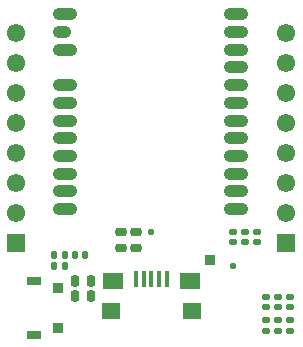
<source format=gts>
G04*
G04 #@! TF.GenerationSoftware,Altium Limited,Altium Designer,19.1.9 (167)*
G04*
G04 Layer_Color=8388736*
%FSLAX24Y24*%
%MOIN*%
G70*
G01*
G75*
G04:AMPARAMS|DCode=13|XSize=25.6mil|YSize=19.7mil|CornerRadius=5.4mil|HoleSize=0mil|Usage=FLASHONLY|Rotation=270.000|XOffset=0mil|YOffset=0mil|HoleType=Round|Shape=RoundedRectangle|*
%AMROUNDEDRECTD13*
21,1,0.0256,0.0089,0,0,270.0*
21,1,0.0148,0.0197,0,0,270.0*
1,1,0.0108,-0.0044,-0.0074*
1,1,0.0108,-0.0044,0.0074*
1,1,0.0108,0.0044,0.0074*
1,1,0.0108,0.0044,-0.0074*
%
%ADD13ROUNDEDRECTD13*%
%ADD14R,0.0335X0.0335*%
%ADD15R,0.0177X0.0551*%
%ADD16C,0.0217*%
G04:AMPARAMS|DCode=17|XSize=25.6mil|YSize=19.7mil|CornerRadius=5.4mil|HoleSize=0mil|Usage=FLASHONLY|Rotation=180.000|XOffset=0mil|YOffset=0mil|HoleType=Round|Shape=RoundedRectangle|*
%AMROUNDEDRECTD17*
21,1,0.0256,0.0089,0,0,180.0*
21,1,0.0148,0.0197,0,0,180.0*
1,1,0.0108,-0.0074,0.0044*
1,1,0.0108,0.0074,0.0044*
1,1,0.0108,0.0074,-0.0044*
1,1,0.0108,-0.0074,-0.0044*
%
%ADD17ROUNDEDRECTD17*%
%ADD18O,0.0807X0.0413*%
%ADD19O,0.0610X0.0413*%
%ADD20R,0.0492X0.0256*%
%ADD21R,0.0335X0.0374*%
G04:AMPARAMS|DCode=22|XSize=27.6mil|YSize=21.7mil|CornerRadius=6.4mil|HoleSize=0mil|Usage=FLASHONLY|Rotation=0.000|XOffset=0mil|YOffset=0mil|HoleType=Round|Shape=RoundedRectangle|*
%AMROUNDEDRECTD22*
21,1,0.0276,0.0089,0,0,0.0*
21,1,0.0148,0.0217,0,0,0.0*
1,1,0.0128,0.0074,-0.0044*
1,1,0.0128,-0.0074,-0.0044*
1,1,0.0128,-0.0074,0.0044*
1,1,0.0128,0.0074,0.0044*
%
%ADD22ROUNDEDRECTD22*%
G04:AMPARAMS|DCode=23|XSize=37.4mil|YSize=29.5mil|CornerRadius=7.9mil|HoleSize=0mil|Usage=FLASHONLY|Rotation=180.000|XOffset=0mil|YOffset=0mil|HoleType=Round|Shape=RoundedRectangle|*
%AMROUNDEDRECTD23*
21,1,0.0374,0.0138,0,0,180.0*
21,1,0.0217,0.0295,0,0,180.0*
1,1,0.0157,-0.0108,0.0069*
1,1,0.0157,0.0108,0.0069*
1,1,0.0157,0.0108,-0.0069*
1,1,0.0157,-0.0108,-0.0069*
%
%ADD23ROUNDEDRECTD23*%
G04:AMPARAMS|DCode=24|XSize=37.4mil|YSize=29.5mil|CornerRadius=7.9mil|HoleSize=0mil|Usage=FLASHONLY|Rotation=90.000|XOffset=0mil|YOffset=0mil|HoleType=Round|Shape=RoundedRectangle|*
%AMROUNDEDRECTD24*
21,1,0.0374,0.0138,0,0,90.0*
21,1,0.0217,0.0295,0,0,90.0*
1,1,0.0157,0.0069,0.0108*
1,1,0.0157,0.0069,-0.0108*
1,1,0.0157,-0.0069,-0.0108*
1,1,0.0157,-0.0069,0.0108*
%
%ADD24ROUNDEDRECTD24*%
%ADD25R,0.0591X0.0531*%
%ADD26R,0.0650X0.0571*%
%ADD27C,0.0059*%
%ADD28C,0.0020*%
%ADD29C,0.0610*%
%ADD30R,0.0610X0.0610*%
D13*
X1791Y2953D02*
D03*
X2146D02*
D03*
X2835Y2953D02*
D03*
X2480D02*
D03*
X2146Y2559D02*
D03*
X1791D02*
D03*
D14*
X6988Y2756D02*
D03*
D15*
X4783Y2146D02*
D03*
X5039D02*
D03*
X5551D02*
D03*
X5295D02*
D03*
X4528D02*
D03*
D16*
X7776Y2559D02*
D03*
X5020Y3720D02*
D03*
D17*
X8169Y3720D02*
D03*
Y3366D02*
D03*
X8563Y3720D02*
D03*
Y3366D02*
D03*
X7776D02*
D03*
Y3720D02*
D03*
X9646Y1201D02*
D03*
Y1555D02*
D03*
X9252Y1201D02*
D03*
Y1555D02*
D03*
X8858Y1201D02*
D03*
Y1555D02*
D03*
D18*
X2165Y5059D02*
D03*
Y5650D02*
D03*
Y6240D02*
D03*
Y6831D02*
D03*
Y7421D02*
D03*
Y8012D02*
D03*
Y8602D02*
D03*
X7874Y10965D02*
D03*
Y10374D02*
D03*
X2165Y10965D02*
D03*
Y9783D02*
D03*
Y4469D02*
D03*
X7874D02*
D03*
Y5059D02*
D03*
Y5650D02*
D03*
Y6240D02*
D03*
Y6831D02*
D03*
Y7421D02*
D03*
Y8012D02*
D03*
Y8602D02*
D03*
Y9193D02*
D03*
Y9783D02*
D03*
D19*
X2067Y10374D02*
D03*
D20*
X1142Y2087D02*
D03*
Y276D02*
D03*
D21*
X1929Y512D02*
D03*
Y1850D02*
D03*
D22*
X9646Y413D02*
D03*
Y769D02*
D03*
X8858Y413D02*
D03*
Y769D02*
D03*
X9252Y413D02*
D03*
Y769D02*
D03*
D23*
X4035Y3169D02*
D03*
Y3720D02*
D03*
X4528D02*
D03*
Y3169D02*
D03*
D24*
X2480Y2067D02*
D03*
X3031D02*
D03*
Y1575D02*
D03*
X2480D02*
D03*
D25*
X3701Y1083D02*
D03*
X6378D02*
D03*
D26*
X3760Y2067D02*
D03*
X6319D02*
D03*
D27*
X1378Y846D02*
D03*
Y1516D02*
D03*
D28*
X5827Y1929D02*
D03*
X4252D02*
D03*
D29*
X539Y8354D02*
D03*
Y4354D02*
D03*
Y5354D02*
D03*
Y6354D02*
D03*
Y7354D02*
D03*
Y9354D02*
D03*
Y10354D02*
D03*
X9539Y8354D02*
D03*
Y4354D02*
D03*
Y5354D02*
D03*
Y6354D02*
D03*
Y7354D02*
D03*
Y9354D02*
D03*
Y10354D02*
D03*
D30*
X539Y3354D02*
D03*
X9539D02*
D03*
M02*

</source>
